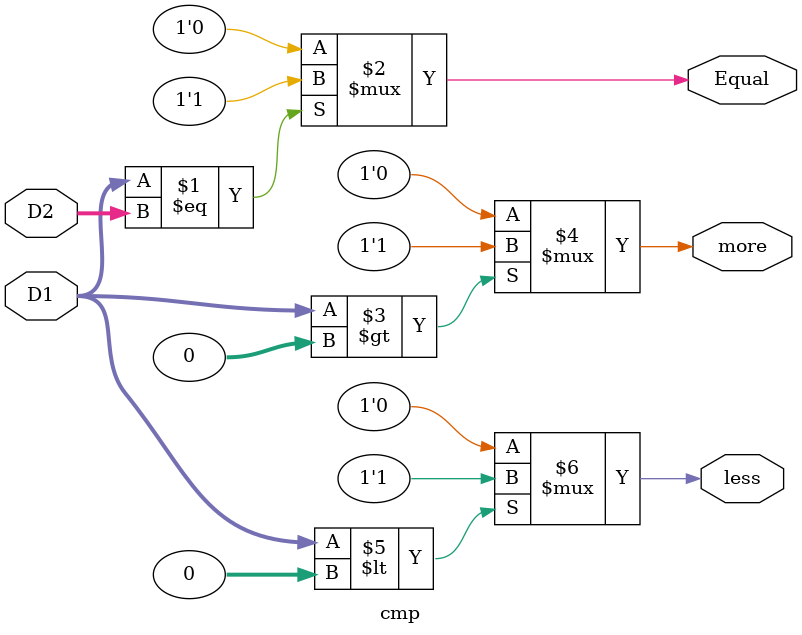
<source format=v>
`timescale 1ns / 1ps
module cmp(
    input [31:0] D1,
    input [31:0] D2,
    output Equal,
	 output more,
	 output less
    );

	assign Equal = (D1==D2) ? 1'b1 : 1'b0;
	assign more = ($signed(D1)>0) ? 1'b1 : 1'b0;
	assign less = ($signed(D1)<0) ? 1'b1 : 1'b0;
	
endmodule

</source>
